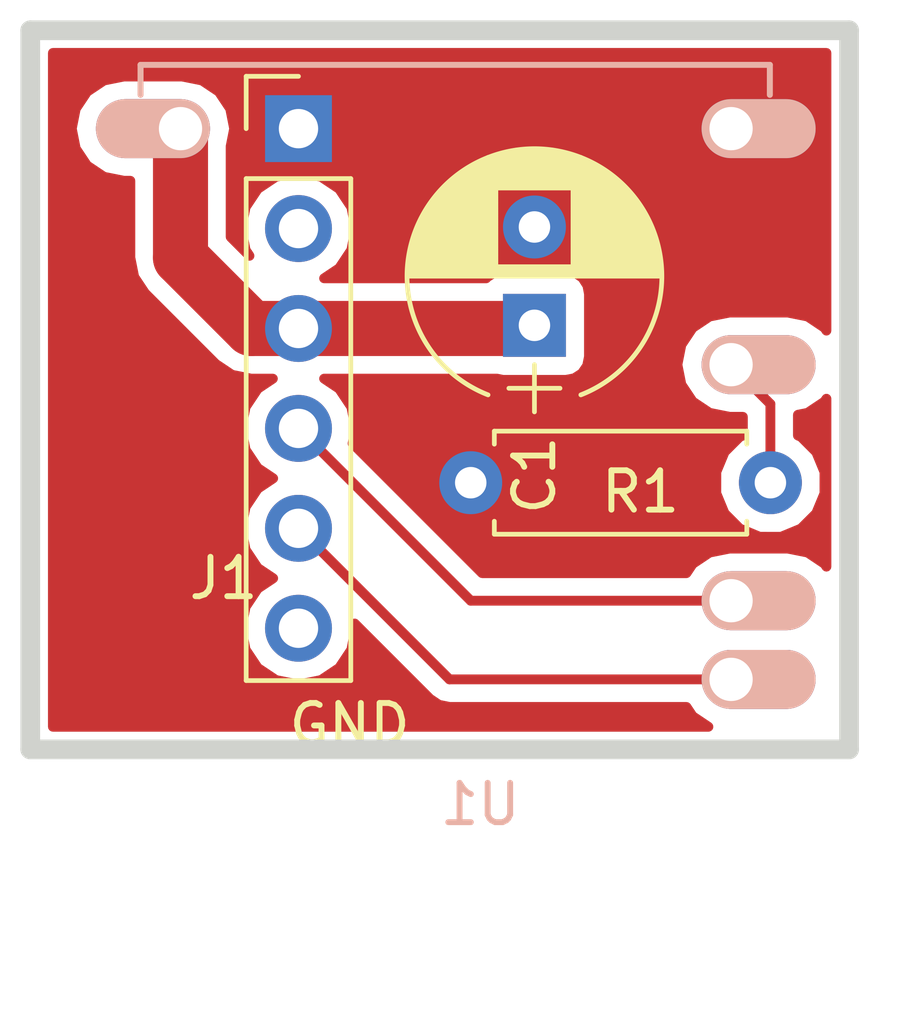
<source format=kicad_pcb>
(kicad_pcb (version 4) (host pcbnew 4.0.7)

  (general
    (links 8)
    (no_connects 0)
    (area 144.39619 101.6 167.640001 128.095001)
    (thickness 1.6)
    (drawings 6)
    (tracks 11)
    (zones 0)
    (modules 4)
    (nets 8)
  )

  (page A4)
  (layers
    (0 F.Cu signal)
    (31 B.Cu signal)
    (32 B.Adhes user)
    (33 F.Adhes user)
    (34 B.Paste user)
    (35 F.Paste user)
    (36 B.SilkS user)
    (37 F.SilkS user)
    (38 B.Mask user)
    (39 F.Mask user)
    (40 Dwgs.User user)
    (41 Cmts.User user)
    (42 Eco1.User user)
    (43 Eco2.User user)
    (44 Edge.Cuts user)
    (45 Margin user)
    (46 B.CrtYd user)
    (47 F.CrtYd user)
    (48 B.Fab user hide)
    (49 F.Fab user hide)
  )

  (setup
    (last_trace_width 0.25)
    (user_trace_width 0.25)
    (trace_clearance 0.45)
    (zone_clearance 0.2)
    (zone_45_only yes)
    (trace_min 0.2)
    (segment_width 0.2)
    (edge_width 0.5)
    (via_size 0.6)
    (via_drill 0.4)
    (via_min_size 0.4)
    (via_min_drill 0.3)
    (uvia_size 0.3)
    (uvia_drill 0.1)
    (uvias_allowed no)
    (uvia_min_size 0.2)
    (uvia_min_drill 0.1)
    (pcb_text_width 0.3)
    (pcb_text_size 1.5 1.5)
    (mod_edge_width 0.15)
    (mod_text_size 1 1)
    (mod_text_width 0.15)
    (pad_size 1.524 1.524)
    (pad_drill 0.762)
    (pad_to_mask_clearance 0.2)
    (aux_axis_origin 166.37 102.37)
    (grid_origin 166.37 102.37)
    (visible_elements 7FFFFFFF)
    (pcbplotparams
      (layerselection 0x00000_00000001)
      (usegerberextensions false)
      (excludeedgelayer true)
      (linewidth 0.100000)
      (plotframeref false)
      (viasonmask true)
      (mode 1)
      (useauxorigin true)
      (hpglpennumber 1)
      (hpglpenspeed 20)
      (hpglpendiameter 15)
      (hpglpenoverlay 2)
      (psnegative false)
      (psa4output false)
      (plotreference true)
      (plotvalue true)
      (plotinvisibletext false)
      (padsonsilk false)
      (subtractmaskfromsilk false)
      (outputformat 1)
      (mirror false)
      (drillshape 0)
      (scaleselection 1)
      (outputdirectory output/))
  )

  (net 0 "")
  (net 1 VCC)
  (net 2 GND)
  (net 3 /CTS)
  (net 4 /PiUo)
  (net 5 /PoUi)
  (net 6 /DTR)
  (net 7 /GPIO0)

  (net_class Default "This is the default net class."
    (clearance 0.45)
    (trace_width 0.25)
    (via_dia 0.6)
    (via_drill 0.4)
    (uvia_dia 0.3)
    (uvia_drill 0.1)
    (add_net /CTS)
    (add_net /DTR)
    (add_net /GPIO0)
    (add_net /PiUo)
    (add_net /PoUi)
  )

  (net_class Power ""
    (clearance 0.45)
    (trace_width 1.4)
    (via_dia 0.6)
    (via_drill 0.4)
    (uvia_dia 0.3)
    (uvia_drill 0.1)
    (add_net GND)
    (add_net VCC)
  )

  (module Capacitors_THT:CP_Radial_D6.3mm_P2.50mm (layer F.Cu) (tedit 5AD10A87) (tstamp 5AD10550)
    (at 158.37 109.87 90)
    (descr "CP, Radial series, Radial, pin pitch=2.50mm, , diameter=6.3mm, Electrolytic Capacitor")
    (tags "CP Radial series Radial pin pitch 2.50mm  diameter 6.3mm Electrolytic Capacitor")
    (path /5AC78401)
    (fp_text reference C1 (at -3.81 0 90) (layer F.SilkS)
      (effects (font (size 1 1) (thickness 0.15)))
    )
    (fp_text value 470uF (at 1.25 4.46 90) (layer F.Fab)
      (effects (font (size 1 1) (thickness 0.15)))
    )
    (fp_arc (start 1.25 0) (end -1.767482 -1.18) (angle 137.3) (layer F.SilkS) (width 0.12))
    (fp_arc (start 1.25 0) (end -1.767482 1.18) (angle -137.3) (layer F.SilkS) (width 0.12))
    (fp_arc (start 1.25 0) (end 4.267482 -1.18) (angle 42.7) (layer F.SilkS) (width 0.12))
    (fp_circle (center 1.25 0) (end 4.4 0) (layer F.Fab) (width 0.1))
    (fp_line (start -2.2 0) (end -1 0) (layer F.Fab) (width 0.1))
    (fp_line (start -1.6 -0.65) (end -1.6 0.65) (layer F.Fab) (width 0.1))
    (fp_line (start 1.25 -3.2) (end 1.25 3.2) (layer F.SilkS) (width 0.12))
    (fp_line (start 1.29 -3.2) (end 1.29 3.2) (layer F.SilkS) (width 0.12))
    (fp_line (start 1.33 -3.2) (end 1.33 3.2) (layer F.SilkS) (width 0.12))
    (fp_line (start 1.37 -3.198) (end 1.37 3.198) (layer F.SilkS) (width 0.12))
    (fp_line (start 1.41 -3.197) (end 1.41 3.197) (layer F.SilkS) (width 0.12))
    (fp_line (start 1.45 -3.194) (end 1.45 3.194) (layer F.SilkS) (width 0.12))
    (fp_line (start 1.49 -3.192) (end 1.49 3.192) (layer F.SilkS) (width 0.12))
    (fp_line (start 1.53 -3.188) (end 1.53 -0.98) (layer F.SilkS) (width 0.12))
    (fp_line (start 1.53 0.98) (end 1.53 3.188) (layer F.SilkS) (width 0.12))
    (fp_line (start 1.57 -3.185) (end 1.57 -0.98) (layer F.SilkS) (width 0.12))
    (fp_line (start 1.57 0.98) (end 1.57 3.185) (layer F.SilkS) (width 0.12))
    (fp_line (start 1.61 -3.18) (end 1.61 -0.98) (layer F.SilkS) (width 0.12))
    (fp_line (start 1.61 0.98) (end 1.61 3.18) (layer F.SilkS) (width 0.12))
    (fp_line (start 1.65 -3.176) (end 1.65 -0.98) (layer F.SilkS) (width 0.12))
    (fp_line (start 1.65 0.98) (end 1.65 3.176) (layer F.SilkS) (width 0.12))
    (fp_line (start 1.69 -3.17) (end 1.69 -0.98) (layer F.SilkS) (width 0.12))
    (fp_line (start 1.69 0.98) (end 1.69 3.17) (layer F.SilkS) (width 0.12))
    (fp_line (start 1.73 -3.165) (end 1.73 -0.98) (layer F.SilkS) (width 0.12))
    (fp_line (start 1.73 0.98) (end 1.73 3.165) (layer F.SilkS) (width 0.12))
    (fp_line (start 1.77 -3.158) (end 1.77 -0.98) (layer F.SilkS) (width 0.12))
    (fp_line (start 1.77 0.98) (end 1.77 3.158) (layer F.SilkS) (width 0.12))
    (fp_line (start 1.81 -3.152) (end 1.81 -0.98) (layer F.SilkS) (width 0.12))
    (fp_line (start 1.81 0.98) (end 1.81 3.152) (layer F.SilkS) (width 0.12))
    (fp_line (start 1.85 -3.144) (end 1.85 -0.98) (layer F.SilkS) (width 0.12))
    (fp_line (start 1.85 0.98) (end 1.85 3.144) (layer F.SilkS) (width 0.12))
    (fp_line (start 1.89 -3.137) (end 1.89 -0.98) (layer F.SilkS) (width 0.12))
    (fp_line (start 1.89 0.98) (end 1.89 3.137) (layer F.SilkS) (width 0.12))
    (fp_line (start 1.93 -3.128) (end 1.93 -0.98) (layer F.SilkS) (width 0.12))
    (fp_line (start 1.93 0.98) (end 1.93 3.128) (layer F.SilkS) (width 0.12))
    (fp_line (start 1.971 -3.119) (end 1.971 -0.98) (layer F.SilkS) (width 0.12))
    (fp_line (start 1.971 0.98) (end 1.971 3.119) (layer F.SilkS) (width 0.12))
    (fp_line (start 2.011 -3.11) (end 2.011 -0.98) (layer F.SilkS) (width 0.12))
    (fp_line (start 2.011 0.98) (end 2.011 3.11) (layer F.SilkS) (width 0.12))
    (fp_line (start 2.051 -3.1) (end 2.051 -0.98) (layer F.SilkS) (width 0.12))
    (fp_line (start 2.051 0.98) (end 2.051 3.1) (layer F.SilkS) (width 0.12))
    (fp_line (start 2.091 -3.09) (end 2.091 -0.98) (layer F.SilkS) (width 0.12))
    (fp_line (start 2.091 0.98) (end 2.091 3.09) (layer F.SilkS) (width 0.12))
    (fp_line (start 2.131 -3.079) (end 2.131 -0.98) (layer F.SilkS) (width 0.12))
    (fp_line (start 2.131 0.98) (end 2.131 3.079) (layer F.SilkS) (width 0.12))
    (fp_line (start 2.171 -3.067) (end 2.171 -0.98) (layer F.SilkS) (width 0.12))
    (fp_line (start 2.171 0.98) (end 2.171 3.067) (layer F.SilkS) (width 0.12))
    (fp_line (start 2.211 -3.055) (end 2.211 -0.98) (layer F.SilkS) (width 0.12))
    (fp_line (start 2.211 0.98) (end 2.211 3.055) (layer F.SilkS) (width 0.12))
    (fp_line (start 2.251 -3.042) (end 2.251 -0.98) (layer F.SilkS) (width 0.12))
    (fp_line (start 2.251 0.98) (end 2.251 3.042) (layer F.SilkS) (width 0.12))
    (fp_line (start 2.291 -3.029) (end 2.291 -0.98) (layer F.SilkS) (width 0.12))
    (fp_line (start 2.291 0.98) (end 2.291 3.029) (layer F.SilkS) (width 0.12))
    (fp_line (start 2.331 -3.015) (end 2.331 -0.98) (layer F.SilkS) (width 0.12))
    (fp_line (start 2.331 0.98) (end 2.331 3.015) (layer F.SilkS) (width 0.12))
    (fp_line (start 2.371 -3.001) (end 2.371 -0.98) (layer F.SilkS) (width 0.12))
    (fp_line (start 2.371 0.98) (end 2.371 3.001) (layer F.SilkS) (width 0.12))
    (fp_line (start 2.411 -2.986) (end 2.411 -0.98) (layer F.SilkS) (width 0.12))
    (fp_line (start 2.411 0.98) (end 2.411 2.986) (layer F.SilkS) (width 0.12))
    (fp_line (start 2.451 -2.97) (end 2.451 -0.98) (layer F.SilkS) (width 0.12))
    (fp_line (start 2.451 0.98) (end 2.451 2.97) (layer F.SilkS) (width 0.12))
    (fp_line (start 2.491 -2.954) (end 2.491 -0.98) (layer F.SilkS) (width 0.12))
    (fp_line (start 2.491 0.98) (end 2.491 2.954) (layer F.SilkS) (width 0.12))
    (fp_line (start 2.531 -2.937) (end 2.531 -0.98) (layer F.SilkS) (width 0.12))
    (fp_line (start 2.531 0.98) (end 2.531 2.937) (layer F.SilkS) (width 0.12))
    (fp_line (start 2.571 -2.919) (end 2.571 -0.98) (layer F.SilkS) (width 0.12))
    (fp_line (start 2.571 0.98) (end 2.571 2.919) (layer F.SilkS) (width 0.12))
    (fp_line (start 2.611 -2.901) (end 2.611 -0.98) (layer F.SilkS) (width 0.12))
    (fp_line (start 2.611 0.98) (end 2.611 2.901) (layer F.SilkS) (width 0.12))
    (fp_line (start 2.651 -2.882) (end 2.651 -0.98) (layer F.SilkS) (width 0.12))
    (fp_line (start 2.651 0.98) (end 2.651 2.882) (layer F.SilkS) (width 0.12))
    (fp_line (start 2.691 -2.863) (end 2.691 -0.98) (layer F.SilkS) (width 0.12))
    (fp_line (start 2.691 0.98) (end 2.691 2.863) (layer F.SilkS) (width 0.12))
    (fp_line (start 2.731 -2.843) (end 2.731 -0.98) (layer F.SilkS) (width 0.12))
    (fp_line (start 2.731 0.98) (end 2.731 2.843) (layer F.SilkS) (width 0.12))
    (fp_line (start 2.771 -2.822) (end 2.771 -0.98) (layer F.SilkS) (width 0.12))
    (fp_line (start 2.771 0.98) (end 2.771 2.822) (layer F.SilkS) (width 0.12))
    (fp_line (start 2.811 -2.8) (end 2.811 -0.98) (layer F.SilkS) (width 0.12))
    (fp_line (start 2.811 0.98) (end 2.811 2.8) (layer F.SilkS) (width 0.12))
    (fp_line (start 2.851 -2.778) (end 2.851 -0.98) (layer F.SilkS) (width 0.12))
    (fp_line (start 2.851 0.98) (end 2.851 2.778) (layer F.SilkS) (width 0.12))
    (fp_line (start 2.891 -2.755) (end 2.891 -0.98) (layer F.SilkS) (width 0.12))
    (fp_line (start 2.891 0.98) (end 2.891 2.755) (layer F.SilkS) (width 0.12))
    (fp_line (start 2.931 -2.731) (end 2.931 -0.98) (layer F.SilkS) (width 0.12))
    (fp_line (start 2.931 0.98) (end 2.931 2.731) (layer F.SilkS) (width 0.12))
    (fp_line (start 2.971 -2.706) (end 2.971 -0.98) (layer F.SilkS) (width 0.12))
    (fp_line (start 2.971 0.98) (end 2.971 2.706) (layer F.SilkS) (width 0.12))
    (fp_line (start 3.011 -2.681) (end 3.011 -0.98) (layer F.SilkS) (width 0.12))
    (fp_line (start 3.011 0.98) (end 3.011 2.681) (layer F.SilkS) (width 0.12))
    (fp_line (start 3.051 -2.654) (end 3.051 -0.98) (layer F.SilkS) (width 0.12))
    (fp_line (start 3.051 0.98) (end 3.051 2.654) (layer F.SilkS) (width 0.12))
    (fp_line (start 3.091 -2.627) (end 3.091 -0.98) (layer F.SilkS) (width 0.12))
    (fp_line (start 3.091 0.98) (end 3.091 2.627) (layer F.SilkS) (width 0.12))
    (fp_line (start 3.131 -2.599) (end 3.131 -0.98) (layer F.SilkS) (width 0.12))
    (fp_line (start 3.131 0.98) (end 3.131 2.599) (layer F.SilkS) (width 0.12))
    (fp_line (start 3.171 -2.57) (end 3.171 -0.98) (layer F.SilkS) (width 0.12))
    (fp_line (start 3.171 0.98) (end 3.171 2.57) (layer F.SilkS) (width 0.12))
    (fp_line (start 3.211 -2.54) (end 3.211 -0.98) (layer F.SilkS) (width 0.12))
    (fp_line (start 3.211 0.98) (end 3.211 2.54) (layer F.SilkS) (width 0.12))
    (fp_line (start 3.251 -2.51) (end 3.251 -0.98) (layer F.SilkS) (width 0.12))
    (fp_line (start 3.251 0.98) (end 3.251 2.51) (layer F.SilkS) (width 0.12))
    (fp_line (start 3.291 -2.478) (end 3.291 -0.98) (layer F.SilkS) (width 0.12))
    (fp_line (start 3.291 0.98) (end 3.291 2.478) (layer F.SilkS) (width 0.12))
    (fp_line (start 3.331 -2.445) (end 3.331 -0.98) (layer F.SilkS) (width 0.12))
    (fp_line (start 3.331 0.98) (end 3.331 2.445) (layer F.SilkS) (width 0.12))
    (fp_line (start 3.371 -2.411) (end 3.371 -0.98) (layer F.SilkS) (width 0.12))
    (fp_line (start 3.371 0.98) (end 3.371 2.411) (layer F.SilkS) (width 0.12))
    (fp_line (start 3.411 -2.375) (end 3.411 -0.98) (layer F.SilkS) (width 0.12))
    (fp_line (start 3.411 0.98) (end 3.411 2.375) (layer F.SilkS) (width 0.12))
    (fp_line (start 3.451 -2.339) (end 3.451 -0.98) (layer F.SilkS) (width 0.12))
    (fp_line (start 3.451 0.98) (end 3.451 2.339) (layer F.SilkS) (width 0.12))
    (fp_line (start 3.491 -2.301) (end 3.491 2.301) (layer F.SilkS) (width 0.12))
    (fp_line (start 3.531 -2.262) (end 3.531 2.262) (layer F.SilkS) (width 0.12))
    (fp_line (start 3.571 -2.222) (end 3.571 2.222) (layer F.SilkS) (width 0.12))
    (fp_line (start 3.611 -2.18) (end 3.611 2.18) (layer F.SilkS) (width 0.12))
    (fp_line (start 3.651 -2.137) (end 3.651 2.137) (layer F.SilkS) (width 0.12))
    (fp_line (start 3.691 -2.092) (end 3.691 2.092) (layer F.SilkS) (width 0.12))
    (fp_line (start 3.731 -2.045) (end 3.731 2.045) (layer F.SilkS) (width 0.12))
    (fp_line (start 3.771 -1.997) (end 3.771 1.997) (layer F.SilkS) (width 0.12))
    (fp_line (start 3.811 -1.946) (end 3.811 1.946) (layer F.SilkS) (width 0.12))
    (fp_line (start 3.851 -1.894) (end 3.851 1.894) (layer F.SilkS) (width 0.12))
    (fp_line (start 3.891 -1.839) (end 3.891 1.839) (layer F.SilkS) (width 0.12))
    (fp_line (start 3.931 -1.781) (end 3.931 1.781) (layer F.SilkS) (width 0.12))
    (fp_line (start 3.971 -1.721) (end 3.971 1.721) (layer F.SilkS) (width 0.12))
    (fp_line (start 4.011 -1.658) (end 4.011 1.658) (layer F.SilkS) (width 0.12))
    (fp_line (start 4.051 -1.591) (end 4.051 1.591) (layer F.SilkS) (width 0.12))
    (fp_line (start 4.091 -1.52) (end 4.091 1.52) (layer F.SilkS) (width 0.12))
    (fp_line (start 4.131 -1.445) (end 4.131 1.445) (layer F.SilkS) (width 0.12))
    (fp_line (start 4.171 -1.364) (end 4.171 1.364) (layer F.SilkS) (width 0.12))
    (fp_line (start 4.211 -1.278) (end 4.211 1.278) (layer F.SilkS) (width 0.12))
    (fp_line (start 4.251 -1.184) (end 4.251 1.184) (layer F.SilkS) (width 0.12))
    (fp_line (start 4.291 -1.081) (end 4.291 1.081) (layer F.SilkS) (width 0.12))
    (fp_line (start 4.331 -0.966) (end 4.331 0.966) (layer F.SilkS) (width 0.12))
    (fp_line (start 4.371 -0.834) (end 4.371 0.834) (layer F.SilkS) (width 0.12))
    (fp_line (start 4.411 -0.676) (end 4.411 0.676) (layer F.SilkS) (width 0.12))
    (fp_line (start 4.451 -0.468) (end 4.451 0.468) (layer F.SilkS) (width 0.12))
    (fp_line (start -2.2 0) (end -1 0) (layer F.SilkS) (width 0.12))
    (fp_line (start -1.6 -0.65) (end -1.6 0.65) (layer F.SilkS) (width 0.12))
    (fp_line (start -2.25 -3.5) (end -2.25 3.5) (layer F.CrtYd) (width 0.05))
    (fp_line (start -2.25 3.5) (end 4.75 3.5) (layer F.CrtYd) (width 0.05))
    (fp_line (start 4.75 3.5) (end 4.75 -3.5) (layer F.CrtYd) (width 0.05))
    (fp_line (start 4.75 -3.5) (end -2.25 -3.5) (layer F.CrtYd) (width 0.05))
    (fp_text user %R (at 1.25 0 90) (layer F.Fab)
      (effects (font (size 1 1) (thickness 0.15)))
    )
    (pad 1 thru_hole rect (at 0 0 90) (size 1.6 1.6) (drill 0.8) (layers *.Cu *.Mask)
      (net 1 VCC))
    (pad 2 thru_hole circle (at 2.5 0 90) (size 1.6 1.6) (drill 0.8) (layers *.Cu *.Mask)
      (net 2 GND))
    (model ${KISYS3DMOD}/Capacitors_THT.3dshapes/CP_Radial_D6.3mm_P2.50mm.wrl
      (at (xyz 0 0 0))
      (scale (xyz 1 1 1))
      (rotate (xyz 0 0 0))
    )
  )

  (module Socket_Strips:Socket_Strip_Straight_1x06_Pitch2.54mm (layer F.Cu) (tedit 5AD10AD9) (tstamp 5AD1055A)
    (at 152.37 104.87)
    (descr "Through hole straight socket strip, 1x06, 2.54mm pitch, single row")
    (tags "Through hole socket strip THT 1x06 2.54mm single row")
    (path /5AC77FF5)
    (fp_text reference J1 (at -1.905 11.43) (layer F.SilkS)
      (effects (font (size 1 1) (thickness 0.15)))
    )
    (fp_text value "Programmer Header" (at 0 15.03) (layer F.Fab)
      (effects (font (size 1 1) (thickness 0.15)))
    )
    (fp_line (start -1.27 -1.27) (end -1.27 13.97) (layer F.Fab) (width 0.1))
    (fp_line (start -1.27 13.97) (end 1.27 13.97) (layer F.Fab) (width 0.1))
    (fp_line (start 1.27 13.97) (end 1.27 -1.27) (layer F.Fab) (width 0.1))
    (fp_line (start 1.27 -1.27) (end -1.27 -1.27) (layer F.Fab) (width 0.1))
    (fp_line (start -1.33 1.27) (end -1.33 14.03) (layer F.SilkS) (width 0.12))
    (fp_line (start -1.33 14.03) (end 1.33 14.03) (layer F.SilkS) (width 0.12))
    (fp_line (start 1.33 14.03) (end 1.33 1.27) (layer F.SilkS) (width 0.12))
    (fp_line (start 1.33 1.27) (end -1.33 1.27) (layer F.SilkS) (width 0.12))
    (fp_line (start -1.33 0) (end -1.33 -1.33) (layer F.SilkS) (width 0.12))
    (fp_line (start -1.33 -1.33) (end 0 -1.33) (layer F.SilkS) (width 0.12))
    (fp_line (start -1.8 -1.8) (end -1.8 14.5) (layer F.CrtYd) (width 0.05))
    (fp_line (start -1.8 14.5) (end 1.8 14.5) (layer F.CrtYd) (width 0.05))
    (fp_line (start 1.8 14.5) (end 1.8 -1.8) (layer F.CrtYd) (width 0.05))
    (fp_line (start 1.8 -1.8) (end -1.8 -1.8) (layer F.CrtYd) (width 0.05))
    (fp_text user %R (at 0 -2.33) (layer F.Fab)
      (effects (font (size 1 1) (thickness 0.15)))
    )
    (pad 1 thru_hole rect (at 0 0) (size 1.7 1.7) (drill 1) (layers *.Cu *.Mask)
      (net 2 GND))
    (pad 2 thru_hole oval (at 0 2.54) (size 1.7 1.7) (drill 1) (layers *.Cu *.Mask)
      (net 3 /CTS))
    (pad 3 thru_hole oval (at 0 5.08) (size 1.7 1.7) (drill 1) (layers *.Cu *.Mask)
      (net 1 VCC))
    (pad 4 thru_hole oval (at 0 7.62) (size 1.7 1.7) (drill 1) (layers *.Cu *.Mask)
      (net 5 /PoUi))
    (pad 5 thru_hole oval (at 0 10.16) (size 1.7 1.7) (drill 1) (layers *.Cu *.Mask)
      (net 4 /PiUo))
    (pad 6 thru_hole oval (at 0 12.7) (size 1.7 1.7) (drill 1) (layers *.Cu *.Mask)
      (net 6 /DTR))
    (model ${KISYS3DMOD}/Socket_Strips.3dshapes/Socket_Strip_Straight_1x06_Pitch2.54mm.wrl
      (at (xyz 0 -0.25 0))
      (scale (xyz 1 1 1))
      (rotate (xyz 0 0 270))
    )
  )

  (module Resistors_THT:R_Axial_DIN0207_L6.3mm_D2.5mm_P7.62mm_Horizontal (layer F.Cu) (tedit 5AD10AC9) (tstamp 5AD10560)
    (at 164.37 113.87 180)
    (descr "Resistor, Axial_DIN0207 series, Axial, Horizontal, pin pitch=7.62mm, 0.25W = 1/4W, length*diameter=6.3*2.5mm^2, http://cdn-reichelt.de/documents/datenblatt/B400/1_4W%23YAG.pdf")
    (tags "Resistor Axial_DIN0207 series Axial Horizontal pin pitch 7.62mm 0.25W = 1/4W length 6.3mm diameter 2.5mm")
    (path /5AD0EC53)
    (fp_text reference R1 (at 3.305 -0.23 180) (layer F.SilkS)
      (effects (font (size 1 1) (thickness 0.15)))
    )
    (fp_text value 330R (at 3.81 2.31 180) (layer F.Fab)
      (effects (font (size 1 1) (thickness 0.15)))
    )
    (fp_line (start 0.66 -1.25) (end 0.66 1.25) (layer F.Fab) (width 0.1))
    (fp_line (start 0.66 1.25) (end 6.96 1.25) (layer F.Fab) (width 0.1))
    (fp_line (start 6.96 1.25) (end 6.96 -1.25) (layer F.Fab) (width 0.1))
    (fp_line (start 6.96 -1.25) (end 0.66 -1.25) (layer F.Fab) (width 0.1))
    (fp_line (start 0 0) (end 0.66 0) (layer F.Fab) (width 0.1))
    (fp_line (start 7.62 0) (end 6.96 0) (layer F.Fab) (width 0.1))
    (fp_line (start 0.6 -0.98) (end 0.6 -1.31) (layer F.SilkS) (width 0.12))
    (fp_line (start 0.6 -1.31) (end 7.02 -1.31) (layer F.SilkS) (width 0.12))
    (fp_line (start 7.02 -1.31) (end 7.02 -0.98) (layer F.SilkS) (width 0.12))
    (fp_line (start 0.6 0.98) (end 0.6 1.31) (layer F.SilkS) (width 0.12))
    (fp_line (start 0.6 1.31) (end 7.02 1.31) (layer F.SilkS) (width 0.12))
    (fp_line (start 7.02 1.31) (end 7.02 0.98) (layer F.SilkS) (width 0.12))
    (fp_line (start -1.05 -1.6) (end -1.05 1.6) (layer F.CrtYd) (width 0.05))
    (fp_line (start -1.05 1.6) (end 8.7 1.6) (layer F.CrtYd) (width 0.05))
    (fp_line (start 8.7 1.6) (end 8.7 -1.6) (layer F.CrtYd) (width 0.05))
    (fp_line (start 8.7 -1.6) (end -1.05 -1.6) (layer F.CrtYd) (width 0.05))
    (pad 1 thru_hole circle (at 0 0 180) (size 1.6 1.6) (drill 0.8) (layers *.Cu *.Mask)
      (net 7 /GPIO0))
    (pad 2 thru_hole oval (at 7.62 0 180) (size 1.6 1.6) (drill 0.8) (layers *.Cu *.Mask)
      (net 2 GND))
    (model ${KISYS3DMOD}/Resistors_THT.3dshapes/R_Axial_DIN0207_L6.3mm_D2.5mm_P7.62mm_Horizontal.wrl
      (at (xyz 0 0 0))
      (scale (xyz 0.393701 0.393701 0.393701))
      (rotate (xyz 0 0 0))
    )
  )

  (module ESP-pogo-programmer_local:ESP-12F-pgrm (layer B.Cu) (tedit 5AD10A9A) (tstamp 5AD1081A)
    (at 149.37 118.87)
    (descr "Module, ESP-8266, ESP-12, 16 pad, SMD")
    (tags "Module ESP-8266 ESP8266")
    (path /5AC785DC)
    (fp_text reference U1 (at 7.62 3.175) (layer B.SilkS)
      (effects (font (size 1 1) (thickness 0.15)) (justify mirror))
    )
    (fp_text value ESP-12F (at 6.35 -6.35) (layer B.Fab) hide
      (effects (font (size 1 1) (thickness 0.15)) (justify mirror))
    )
    (fp_line (start -2.25 0.5) (end -2.25 8.75) (layer B.CrtYd) (width 0.05))
    (fp_line (start -2.25 8.75) (end 15.25 8.75) (layer B.CrtYd) (width 0.05))
    (fp_line (start 15.25 8.75) (end 16.25 8.75) (layer B.CrtYd) (width 0.05))
    (fp_line (start 16.25 8.75) (end 16.25 -16) (layer B.CrtYd) (width 0.05))
    (fp_line (start 16.25 -16) (end -2.25 -16) (layer B.CrtYd) (width 0.05))
    (fp_line (start -2.25 -16) (end -2.25 0.5) (layer B.CrtYd) (width 0.05))
    (fp_line (start -1.016 8.382) (end 14.986 8.382) (layer B.CrtYd) (width 0.1524))
    (fp_line (start 14.986 8.382) (end 14.986 0.889) (layer B.CrtYd) (width 0.1524))
    (fp_line (start -1.016 8.382) (end -1.016 1.016) (layer B.CrtYd) (width 0.1524))
    (fp_line (start -1.016 -14.859) (end -1.016 -15.621) (layer B.SilkS) (width 0.1524))
    (fp_line (start -1.016 -15.621) (end 14.986 -15.621) (layer B.SilkS) (width 0.1524))
    (fp_line (start 14.986 -15.621) (end 14.986 -14.859) (layer B.SilkS) (width 0.1524))
    (fp_line (start 14.992 8.4) (end -1.008 2.6) (layer B.CrtYd) (width 0.1524))
    (fp_line (start -1.008 8.4) (end 14.992 2.6) (layer B.CrtYd) (width 0.1524))
    (fp_text user "No Copper" (at 6.892 5.4) (layer B.CrtYd)
      (effects (font (size 1 1) (thickness 0.15)) (justify mirror))
    )
    (fp_line (start -1.008 2.6) (end 14.992 2.6) (layer B.CrtYd) (width 0.1524))
    (fp_line (start 15 8.4) (end 15 -15.6) (layer B.Fab) (width 0.05))
    (fp_line (start 14.992 -15.6) (end -1.008 -15.6) (layer B.Fab) (width 0.05))
    (fp_line (start -1.008 -15.6) (end -1.008 8.4) (layer B.Fab) (width 0.05))
    (fp_line (start -1.008 8.4) (end 14.992 8.4) (layer B.Fab) (width 0.05))
    (pad 8 thru_hole oval (at 0 -14) (size 2.9 1.5) (drill 1.1 (offset -0.7 0)) (layers *.Cu *.Mask B.SilkS)
      (net 1 VCC))
    (pad 9 thru_hole oval (at 14 -14) (size 2.9 1.5) (drill 1.1 (offset 0.7 0)) (layers *.Cu *.Mask B.SilkS)
      (net 2 GND))
    (pad 12 thru_hole oval (at 14 -8) (size 2.9 1.5) (drill 1.1 (offset 0.7 0)) (layers *.Cu *.Mask B.SilkS)
      (net 7 /GPIO0))
    (pad 15 thru_hole oval (at 14 -2) (size 2.9 1.5) (drill 1.1 (offset 0.7 0)) (layers *.Cu *.Mask B.SilkS)
      (net 5 /PoUi))
    (pad 16 thru_hole oval (at 14 0) (size 2.9 1.5) (drill 1.1 (offset 0.7 0)) (layers *.Cu *.Mask B.SilkS)
      (net 4 /PiUo))
    (model ${ESPLIB}/ESP8266.3dshapes/ESP-12E.wrl
      (at (xyz 0 0 0))
      (scale (xyz 0.3937 0.3937 0.3937))
      (rotate (xyz 0 0 0))
    )
  )

  (gr_line (start 146.05 120.65) (end 146.685 120.65) (angle 90) (layer Edge.Cuts) (width 0.15))
  (gr_line (start 145.55 102.37) (end 145.55 120.65) (angle 90) (layer Edge.Cuts) (width 0.5))
  (gr_line (start 166.37 102.37) (end 145.55 102.37) (angle 90) (layer Edge.Cuts) (width 0.5))
  (gr_line (start 166.37 120.65) (end 166.37 102.37) (angle 90) (layer Edge.Cuts) (width 0.5))
  (gr_line (start 145.55 120.65) (end 166.37 120.65) (angle 90) (layer Edge.Cuts) (width 0.5))
  (gr_text GND (at 153.67 120.015) (layer F.SilkS)
    (effects (font (size 1 1) (thickness 0.15)))
  )

  (segment (start 152.37 109.95) (end 158.29 109.95) (width 1.4) (layer F.Cu) (net 1))
  (segment (start 158.29 109.95) (end 158.37 109.87) (width 1.4) (layer F.Cu) (net 1) (tstamp 5AF00DC2))
  (segment (start 149.37 104.87) (end 149.37 108.152081) (width 1.4) (layer F.Cu) (net 1))
  (segment (start 149.37 108.152081) (end 151.167919 109.95) (width 1.4) (layer F.Cu) (net 1))
  (segment (start 151.167919 109.95) (end 152.37 109.95) (width 1.4) (layer F.Cu) (net 1))
  (segment (start 163.37 118.87) (end 156.21 118.87) (width 0.25) (layer F.Cu) (net 4))
  (segment (start 156.21 118.87) (end 152.37 115.03) (width 0.25) (layer F.Cu) (net 4))
  (segment (start 163.37 116.87) (end 156.75 116.87) (width 0.25) (layer F.Cu) (net 5))
  (segment (start 156.75 116.87) (end 152.37 112.49) (width 0.25) (layer F.Cu) (net 5))
  (segment (start 164.37 113.87) (end 164.37 111.87) (width 0.25) (layer F.Cu) (net 7))
  (segment (start 164.37 111.87) (end 163.37 110.87) (width 0.25) (layer F.Cu) (net 7))

  (zone (net 2) (net_name GND) (layer F.Cu) (tstamp 5AD108A7) (hatch edge 0.508)
    (connect_pads yes (clearance 0.2))
    (min_thickness 0.25)
    (fill yes (arc_segments 16) (thermal_gap 0.508) (thermal_bridge_width 1.101))
    (polygon
      (pts
        (xy 144.78 101.6) (xy 144.78 121.92) (xy 167.64 121.92) (xy 167.64 101.6)
      )
    )
    (filled_polygon
      (pts
        (xy 165.795 110.005537) (xy 165.746588 109.933084) (xy 165.316728 109.64586) (xy 164.809672 109.545) (xy 163.330328 109.545)
        (xy 162.823272 109.64586) (xy 162.393412 109.933084) (xy 162.106188 110.362944) (xy 162.005328 110.87) (xy 162.106188 111.377056)
        (xy 162.393412 111.806916) (xy 162.823272 112.09414) (xy 163.330328 112.195) (xy 163.67 112.195) (xy 163.67 112.671482)
        (xy 163.592143 112.703652) (xy 163.205011 113.090108) (xy 162.995239 113.595296) (xy 162.994762 114.142305) (xy 163.203652 114.647857)
        (xy 163.590108 115.034989) (xy 164.095296 115.244761) (xy 164.642305 115.245238) (xy 165.147857 115.036348) (xy 165.534989 114.649892)
        (xy 165.744761 114.144704) (xy 165.745238 113.597695) (xy 165.536348 113.092143) (xy 165.149892 112.705011) (xy 165.07 112.671837)
        (xy 165.07 112.143217) (xy 165.316728 112.09414) (xy 165.746588 111.806916) (xy 165.795 111.734463) (xy 165.795 116.005537)
        (xy 165.746588 115.933084) (xy 165.316728 115.64586) (xy 164.809672 115.545) (xy 163.330328 115.545) (xy 162.823272 115.64586)
        (xy 162.393412 115.933084) (xy 162.235109 116.17) (xy 157.039949 116.17) (xy 153.746106 112.876156) (xy 153.822917 112.49)
        (xy 153.714445 111.944676) (xy 153.405544 111.482373) (xy 153.020358 111.225) (xy 157.415612 111.225) (xy 157.57 111.256264)
        (xy 159.17 111.256264) (xy 159.383082 111.21617) (xy 159.578785 111.090239) (xy 159.710075 110.89809) (xy 159.756264 110.67)
        (xy 159.756264 109.07) (xy 159.71617 108.856918) (xy 159.590239 108.661215) (xy 159.39809 108.529925) (xy 159.17 108.483736)
        (xy 157.57 108.483736) (xy 157.356918 108.52383) (xy 157.161215 108.649761) (xy 157.14397 108.675) (xy 153.020358 108.675)
        (xy 153.405544 108.417627) (xy 153.714445 107.955324) (xy 153.822917 107.41) (xy 153.714445 106.864676) (xy 153.405544 106.402373)
        (xy 152.943241 106.093472) (xy 152.397917 105.985) (xy 152.342083 105.985) (xy 151.796759 106.093472) (xy 151.334456 106.402373)
        (xy 151.025555 106.864676) (xy 150.917083 107.41) (xy 151.025555 107.955324) (xy 151.124607 108.103566) (xy 150.645 107.623959)
        (xy 150.645 105.32081) (xy 150.734672 104.87) (xy 150.633812 104.362944) (xy 150.346588 103.933084) (xy 149.916728 103.64586)
        (xy 149.409672 103.545) (xy 147.930328 103.545) (xy 147.423272 103.64586) (xy 146.993412 103.933084) (xy 146.706188 104.362944)
        (xy 146.605328 104.87) (xy 146.706188 105.377056) (xy 146.993412 105.806916) (xy 147.423272 106.09414) (xy 147.930328 106.195)
        (xy 148.095 106.195) (xy 148.095 108.152081) (xy 148.192054 108.640002) (xy 148.468439 109.053642) (xy 150.266358 110.851561)
        (xy 150.679997 111.127946) (xy 150.729934 111.137879) (xy 151.167919 111.225) (xy 151.719642 111.225) (xy 151.334456 111.482373)
        (xy 151.025555 111.944676) (xy 150.917083 112.49) (xy 151.025555 113.035324) (xy 151.334456 113.497627) (xy 151.727125 113.76)
        (xy 151.334456 114.022373) (xy 151.025555 114.484676) (xy 150.917083 115.03) (xy 151.025555 115.575324) (xy 151.334456 116.037627)
        (xy 151.727125 116.3) (xy 151.334456 116.562373) (xy 151.025555 117.024676) (xy 150.917083 117.57) (xy 151.025555 118.115324)
        (xy 151.334456 118.577627) (xy 151.796759 118.886528) (xy 152.342083 118.995) (xy 152.397917 118.995) (xy 152.943241 118.886528)
        (xy 153.405544 118.577627) (xy 153.714445 118.115324) (xy 153.822917 117.57) (xy 153.798799 117.448749) (xy 155.715025 119.364975)
        (xy 155.942121 119.516716) (xy 156.21 119.57) (xy 162.235109 119.57) (xy 162.393412 119.806916) (xy 162.794627 120.075)
        (xy 146.125 120.075) (xy 146.125 102.945) (xy 165.795 102.945)
      )
    )
  )
)

</source>
